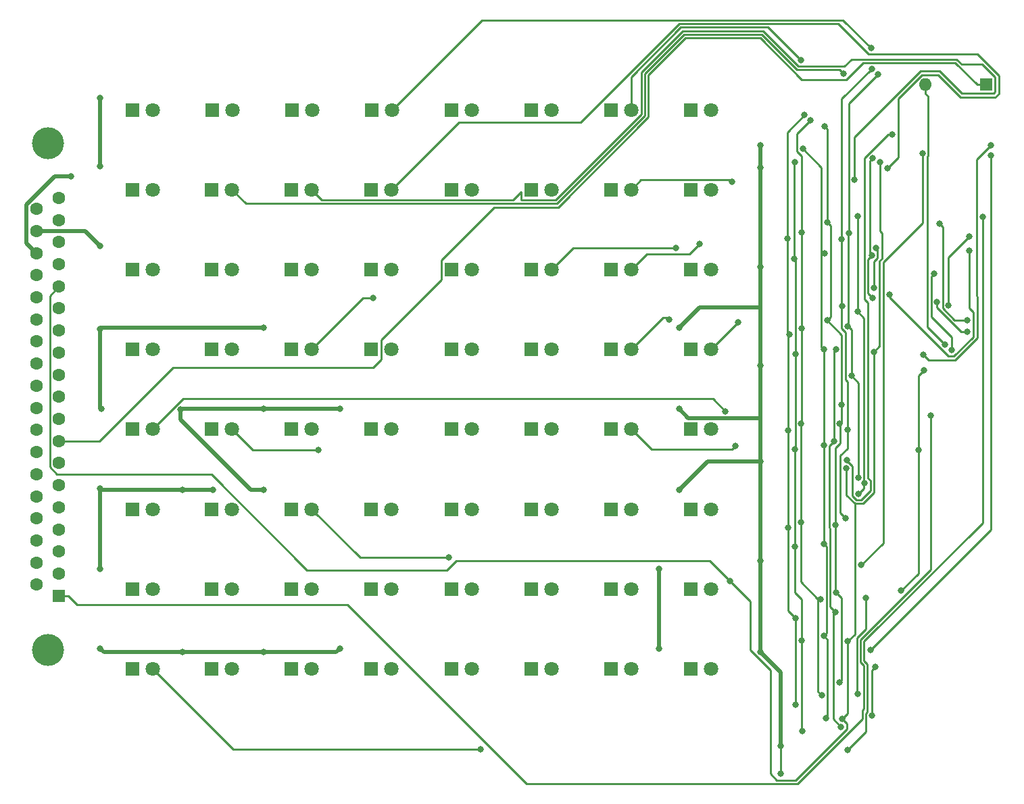
<source format=gbl>
G04 #@! TF.GenerationSoftware,KiCad,Pcbnew,7.0.5*
G04 #@! TF.CreationDate,2023-09-10T10:54:51+02:00*
G04 #@! TF.ProjectId,LED-Matrix,4c45442d-4d61-4747-9269-782e6b696361,rev?*
G04 #@! TF.SameCoordinates,Original*
G04 #@! TF.FileFunction,Copper,L2,Bot*
G04 #@! TF.FilePolarity,Positive*
%FSLAX46Y46*%
G04 Gerber Fmt 4.6, Leading zero omitted, Abs format (unit mm)*
G04 Created by KiCad (PCBNEW 7.0.5) date 2023-09-10 10:54:51*
%MOMM*%
%LPD*%
G01*
G04 APERTURE LIST*
G04 #@! TA.AperFunction,ComponentPad*
%ADD10R,1.800000X1.800000*%
G04 #@! TD*
G04 #@! TA.AperFunction,ComponentPad*
%ADD11C,1.800000*%
G04 #@! TD*
G04 #@! TA.AperFunction,ComponentPad*
%ADD12R,1.600000X1.600000*%
G04 #@! TD*
G04 #@! TA.AperFunction,ComponentPad*
%ADD13O,1.600000X1.600000*%
G04 #@! TD*
G04 #@! TA.AperFunction,ComponentPad*
%ADD14C,4.000000*%
G04 #@! TD*
G04 #@! TA.AperFunction,ComponentPad*
%ADD15C,1.600000*%
G04 #@! TD*
G04 #@! TA.AperFunction,ViaPad*
%ADD16C,0.800000*%
G04 #@! TD*
G04 #@! TA.AperFunction,Conductor*
%ADD17C,0.250000*%
G04 #@! TD*
G04 #@! TA.AperFunction,Conductor*
%ADD18C,0.500000*%
G04 #@! TD*
G04 APERTURE END LIST*
D10*
X142000000Y-54000000D03*
D11*
X144540000Y-54000000D03*
D10*
X182000000Y-54000000D03*
D11*
X184540000Y-54000000D03*
D10*
X171965000Y-84000000D03*
D11*
X174505000Y-84000000D03*
D10*
X192000000Y-54000000D03*
D11*
X194540000Y-54000000D03*
D10*
X171965000Y-114000000D03*
D11*
X174505000Y-114000000D03*
D10*
X181965000Y-84000000D03*
D11*
X184505000Y-84000000D03*
D10*
X151965000Y-74000000D03*
D11*
X154505000Y-74000000D03*
D10*
X172000000Y-54000000D03*
D11*
X174540000Y-54000000D03*
D10*
X122000000Y-84000000D03*
D11*
X124540000Y-84000000D03*
D10*
X151965000Y-84000000D03*
D11*
X154505000Y-84000000D03*
D10*
X181965000Y-114000000D03*
D11*
X184505000Y-114000000D03*
D10*
X131965000Y-94000000D03*
D11*
X134505000Y-94000000D03*
D10*
X141965000Y-114000000D03*
D11*
X144505000Y-114000000D03*
D10*
X122000000Y-94000000D03*
D11*
X124540000Y-94000000D03*
D10*
X161965000Y-64000000D03*
D11*
X164505000Y-64000000D03*
D10*
X131965000Y-74000000D03*
D11*
X134505000Y-74000000D03*
D10*
X191965000Y-74000000D03*
D11*
X194505000Y-74000000D03*
D10*
X161965000Y-104000000D03*
D11*
X164505000Y-104000000D03*
D10*
X131965000Y-84000000D03*
D11*
X134505000Y-84000000D03*
D10*
X122000000Y-114000000D03*
D11*
X124540000Y-114000000D03*
D10*
X171965000Y-104000000D03*
D11*
X174505000Y-104000000D03*
D10*
X191965000Y-124000000D03*
D11*
X194505000Y-124000000D03*
D10*
X161965000Y-84000000D03*
D11*
X164505000Y-84000000D03*
D10*
X131965000Y-104000000D03*
D11*
X134505000Y-104000000D03*
D10*
X181965000Y-64000000D03*
D11*
X184505000Y-64000000D03*
D10*
X191965000Y-114000000D03*
D11*
X194505000Y-114000000D03*
D10*
X181965000Y-104000000D03*
D11*
X184505000Y-104000000D03*
D10*
X181965000Y-74000000D03*
D11*
X184505000Y-74000000D03*
D10*
X191965000Y-64000000D03*
D11*
X194505000Y-64000000D03*
D10*
X171965000Y-94000000D03*
D11*
X174505000Y-94000000D03*
D10*
X151965000Y-124000000D03*
D11*
X154505000Y-124000000D03*
D10*
X181965000Y-94000000D03*
D11*
X184505000Y-94000000D03*
D10*
X161965000Y-124000000D03*
D11*
X164505000Y-124000000D03*
D10*
X161965000Y-114000000D03*
D11*
X164505000Y-114000000D03*
D10*
X151965000Y-104000000D03*
D11*
X154505000Y-104000000D03*
D10*
X171965000Y-74000000D03*
D11*
X174505000Y-74000000D03*
D10*
X191965000Y-84000000D03*
D11*
X194505000Y-84000000D03*
D10*
X122000000Y-104000000D03*
D11*
X124540000Y-104000000D03*
D10*
X141965000Y-84000000D03*
D11*
X144505000Y-84000000D03*
D10*
X132000000Y-54000000D03*
D11*
X134540000Y-54000000D03*
D12*
X228967500Y-50800000D03*
D13*
X221347500Y-50800000D03*
D10*
X122060000Y-54000000D03*
D11*
X124600000Y-54000000D03*
D10*
X152000000Y-54000000D03*
D11*
X154540000Y-54000000D03*
D10*
X191965000Y-104000000D03*
D11*
X194505000Y-104000000D03*
D10*
X162000000Y-54000000D03*
D11*
X164540000Y-54000000D03*
D10*
X131965000Y-114000000D03*
D11*
X134505000Y-114000000D03*
D10*
X141965000Y-74000000D03*
D11*
X144505000Y-74000000D03*
D10*
X131965000Y-124000000D03*
D11*
X134505000Y-124000000D03*
D14*
X111420000Y-58175000D03*
X111420000Y-121675000D03*
D12*
X112840000Y-114855000D03*
D15*
X112840000Y-112085000D03*
X112840000Y-109315000D03*
X112840000Y-106545000D03*
X112840000Y-103775000D03*
X112840000Y-101005000D03*
X112840000Y-98235000D03*
X112840000Y-95465000D03*
X112840000Y-92695000D03*
X112840000Y-89925000D03*
X112840000Y-87155000D03*
X112840000Y-84385000D03*
X112840000Y-81615000D03*
X112840000Y-78845000D03*
X112840000Y-76075000D03*
X112840000Y-73305000D03*
X112840000Y-70535000D03*
X112840000Y-67765000D03*
X112840000Y-64995000D03*
X110000000Y-113470000D03*
X110000000Y-110700000D03*
X110000000Y-107930000D03*
X110000000Y-105160000D03*
X110000000Y-102390000D03*
X110000000Y-99620000D03*
X110000000Y-96850000D03*
X110000000Y-94080000D03*
X110000000Y-91310000D03*
X110000000Y-88540000D03*
X110000000Y-85770000D03*
X110000000Y-83000000D03*
X110000000Y-80230000D03*
X110000000Y-77460000D03*
X110000000Y-74690000D03*
X110000000Y-71920000D03*
X110000000Y-69150000D03*
X110000000Y-66380000D03*
D10*
X161965000Y-94000000D03*
D11*
X164505000Y-94000000D03*
D10*
X141965000Y-64000000D03*
D11*
X144505000Y-64000000D03*
D10*
X131965000Y-64000000D03*
D11*
X134505000Y-64000000D03*
D10*
X122000000Y-64000000D03*
D11*
X124540000Y-64000000D03*
D10*
X151965000Y-114000000D03*
D11*
X154505000Y-114000000D03*
D10*
X151965000Y-94000000D03*
D11*
X154505000Y-94000000D03*
D10*
X191965000Y-94000000D03*
D11*
X194505000Y-94000000D03*
D10*
X151965000Y-64000000D03*
D11*
X154505000Y-64000000D03*
D10*
X141965000Y-104000000D03*
D11*
X144505000Y-104000000D03*
D10*
X141965000Y-124000000D03*
D11*
X144505000Y-124000000D03*
D10*
X181965000Y-124000000D03*
D11*
X184505000Y-124000000D03*
D10*
X122000000Y-124000000D03*
D11*
X124540000Y-124000000D03*
D10*
X171965000Y-64000000D03*
D11*
X174505000Y-64000000D03*
D10*
X171965000Y-124000000D03*
D11*
X174505000Y-124000000D03*
D10*
X122000000Y-74000000D03*
D11*
X124540000Y-74000000D03*
D10*
X141965000Y-94000000D03*
D11*
X144505000Y-94000000D03*
D10*
X161965000Y-74000000D03*
D11*
X164505000Y-74000000D03*
D16*
X214561400Y-46247500D03*
X205740000Y-47746500D03*
X211113300Y-49462500D03*
X212490900Y-62748000D03*
X216612200Y-61275000D03*
X197166200Y-62970700D03*
X215150600Y-71240900D03*
X214904100Y-76229400D03*
X190117800Y-71273600D03*
X193040000Y-70792900D03*
X152174900Y-77576700D03*
X189230000Y-80268400D03*
X197880000Y-80625000D03*
X196326900Y-91766800D03*
X145331000Y-96602300D03*
X197531400Y-96100500D03*
X161632500Y-110087900D03*
X165676900Y-134113700D03*
X222000600Y-92236400D03*
X212090500Y-87304000D03*
X212956800Y-100097400D03*
X211657500Y-81121500D03*
X215410200Y-49510400D03*
X211760600Y-69375000D03*
X210975100Y-78540300D03*
X214666300Y-129868500D03*
X214644600Y-48827900D03*
X215095000Y-123794600D03*
X210891600Y-70152800D03*
X211615700Y-94025000D03*
X211377800Y-105181500D03*
X209940800Y-95488600D03*
X214747600Y-77533100D03*
X214743200Y-60024600D03*
X210152500Y-83975000D03*
X210120400Y-116873300D03*
X214650300Y-72221900D03*
X210810700Y-131263500D03*
X196850000Y-113030000D03*
X211638500Y-120550000D03*
X210960300Y-130261500D03*
X211462500Y-98896400D03*
X215686100Y-60542500D03*
X214878600Y-84347900D03*
X205056900Y-84529800D03*
X205000900Y-108688100D03*
X205840000Y-120462100D03*
X204937500Y-72646900D03*
X205904700Y-131806700D03*
X205000900Y-96546000D03*
X205019700Y-60542800D03*
X208756200Y-71965500D03*
X208637600Y-108371300D03*
X206032300Y-58860500D03*
X208884400Y-130228400D03*
X208627500Y-119900000D03*
X208632100Y-83975000D03*
X208632100Y-95975000D03*
X205088100Y-128495900D03*
X204164100Y-106293600D03*
X206203300Y-54634100D03*
X204157000Y-94147700D03*
X204050800Y-70079900D03*
X205088100Y-117682800D03*
X204295800Y-82142500D03*
X205846400Y-81352000D03*
X208366500Y-127354900D03*
X205846400Y-69367000D03*
X205756200Y-105656500D03*
X206998600Y-55256400D03*
X205783900Y-93285700D03*
X208270900Y-115264600D03*
X212874400Y-67254200D03*
X212854500Y-79271700D03*
X213746100Y-100725300D03*
X212909400Y-127148000D03*
X213000000Y-102094400D03*
X213888200Y-115111800D03*
X114343549Y-62273549D03*
X128270000Y-101600000D03*
X200660000Y-58420000D03*
X220466100Y-96574300D03*
X221185000Y-86565000D03*
X128270000Y-121920000D03*
X118000000Y-52450000D03*
X190500000Y-101600000D03*
X188000000Y-111450000D03*
X118000000Y-71000000D03*
X203200000Y-137160000D03*
X118000000Y-81450000D03*
X222454600Y-74525200D03*
X203200000Y-133652800D03*
X200660000Y-85980500D03*
X118000000Y-61000000D03*
X148000000Y-121450000D03*
X118000000Y-111450000D03*
X190500000Y-91440000D03*
X148000000Y-91450000D03*
X218343500Y-114203500D03*
X200660000Y-73660000D03*
X128057299Y-91507299D03*
X118000000Y-101450000D03*
X200660000Y-97999500D03*
X138430000Y-81280000D03*
X138430000Y-101600000D03*
X132080000Y-101600000D03*
X138430000Y-91440000D03*
X190500000Y-81280000D03*
X118110000Y-91440000D03*
X200660000Y-121920000D03*
X200660000Y-110490000D03*
X188000000Y-121450000D03*
X138430000Y-121920000D03*
X118000000Y-121450000D03*
X224615500Y-84097200D03*
X200660000Y-61176600D03*
X223825500Y-83410800D03*
X210600000Y-125730000D03*
X208752600Y-56075000D03*
X209079900Y-80353700D03*
X210093500Y-106000700D03*
X210618500Y-93324100D03*
X210176700Y-114491500D03*
X209075300Y-68075000D03*
X210880600Y-90916800D03*
X226847200Y-69871400D03*
X224266600Y-78502400D03*
X211546900Y-97894400D03*
X217224100Y-57050000D03*
X221001900Y-59395700D03*
X213340300Y-111021200D03*
X214456500Y-121662900D03*
X229573400Y-59650000D03*
X221129800Y-84625000D03*
X229542300Y-58371500D03*
X228508000Y-67370500D03*
X211628400Y-134194400D03*
X226585200Y-80293400D03*
X223169500Y-68243900D03*
X222812700Y-78018600D03*
X226597500Y-81814000D03*
X216842900Y-77097900D03*
X226833000Y-71650000D03*
D17*
X165810000Y-42730000D02*
X211043900Y-42730000D01*
X211043900Y-42730000D02*
X214561400Y-46247500D01*
X154540000Y-54000000D02*
X165810000Y-42730000D01*
X201623500Y-43630000D02*
X190744096Y-43630000D01*
X205740000Y-47746500D02*
X201623500Y-43630000D01*
X184540000Y-49834096D02*
X184540000Y-54000000D01*
X190744096Y-43630000D02*
X184540000Y-49834096D01*
X191116888Y-44530000D02*
X200861799Y-44530000D01*
X205253299Y-48921500D02*
X210572300Y-48921500D01*
X200861799Y-44530000D02*
X205253299Y-48921500D01*
X186215000Y-49431888D02*
X191116888Y-44530000D01*
X136228100Y-65723100D02*
X175185708Y-65723100D01*
X186215000Y-54693808D02*
X186215000Y-49431888D01*
X210572300Y-48921500D02*
X211113300Y-49462500D01*
X175185708Y-65723100D02*
X186215000Y-54693808D01*
X134505000Y-64000000D02*
X136228100Y-65723100D01*
X185765000Y-49245492D02*
X185765000Y-54507412D01*
X170740000Y-65225000D02*
X170740000Y-64210000D01*
X225288796Y-47611800D02*
X212090000Y-47611800D01*
X175047412Y-65225000D02*
X170740000Y-65225000D01*
X169723100Y-65226900D02*
X145731900Y-65226900D01*
X201048195Y-44080000D02*
X190930492Y-44080000D01*
X225936996Y-48260000D02*
X225288796Y-47611800D01*
X212490900Y-57413600D02*
X220789700Y-49114800D01*
X212490900Y-62748000D02*
X212490900Y-57413600D01*
X211230300Y-48471500D02*
X205439695Y-48471500D01*
X205439695Y-48471500D02*
X201048195Y-44080000D01*
X223113100Y-49114800D02*
X225925200Y-51926900D01*
X170740000Y-64210000D02*
X169723100Y-65226900D01*
X230094400Y-49864500D02*
X228489900Y-48260000D01*
X190930492Y-44080000D02*
X185765000Y-49245492D01*
X230094400Y-51735400D02*
X230094400Y-49864500D01*
X228489900Y-48260000D02*
X225936996Y-48260000D01*
X212090000Y-47611800D02*
X211230300Y-48471500D01*
X185765000Y-54507412D02*
X175047412Y-65225000D01*
X229902900Y-51926900D02*
X230094400Y-51735400D01*
X145731900Y-65226900D02*
X144505000Y-64000000D01*
X225925200Y-51926900D02*
X229902900Y-51926900D01*
X220789700Y-49114800D02*
X223113100Y-49114800D01*
X210468595Y-43180000D02*
X190557700Y-43180000D01*
X214261095Y-46972500D02*
X210468595Y-43180000D01*
X216612200Y-61275000D02*
X217951000Y-59936200D01*
X230551600Y-49643700D02*
X227880400Y-46972500D01*
X230551600Y-51940300D02*
X230551600Y-49643700D01*
X225741800Y-52382600D02*
X230109300Y-52382600D01*
X178194500Y-55543200D02*
X162961800Y-55543200D01*
X230109300Y-52382600D02*
X230551600Y-51940300D01*
X190557700Y-43180000D02*
X178194500Y-55543200D01*
X220931200Y-49615400D02*
X222974600Y-49615400D01*
X222974600Y-49615400D02*
X225741800Y-52382600D01*
X217951000Y-52595600D02*
X220931200Y-49615400D01*
X227880400Y-46972500D02*
X214261095Y-46972500D01*
X217951000Y-59936200D02*
X217951000Y-52595600D01*
X162961800Y-55543200D02*
X154505000Y-64000000D01*
X184505000Y-64000000D02*
X185743400Y-62761600D01*
X185743400Y-62761600D02*
X196957100Y-62761600D01*
X196957100Y-62761600D02*
X197166200Y-62970700D01*
X215377200Y-72523000D02*
X215377200Y-71467500D01*
X215377200Y-71467500D02*
X215150600Y-71240900D01*
X214904100Y-72996100D02*
X215377200Y-72523000D01*
X214904100Y-76229400D02*
X214904100Y-72996100D01*
X177231400Y-71273600D02*
X174505000Y-74000000D01*
X190117800Y-71273600D02*
X177231400Y-71273600D01*
X186504500Y-72000500D02*
X184505000Y-74000000D01*
X191832400Y-72000500D02*
X186504500Y-72000500D01*
X193040000Y-70792900D02*
X191832400Y-72000500D01*
X150928300Y-77576700D02*
X152174900Y-77576700D01*
X144505000Y-84000000D02*
X150928300Y-77576700D01*
X189230000Y-80268400D02*
X188971600Y-80010000D01*
X188971600Y-80010000D02*
X188495000Y-80010000D01*
X188495000Y-80010000D02*
X184505000Y-84000000D01*
X194505000Y-84000000D02*
X197880000Y-80625000D01*
X194730100Y-90170000D02*
X196326900Y-91766800D01*
X128370000Y-90170000D02*
X194730100Y-90170000D01*
X124540000Y-94000000D02*
X128370000Y-90170000D01*
X137107300Y-96602300D02*
X134505000Y-94000000D01*
X145331000Y-96602300D02*
X137107300Y-96602300D01*
X197531400Y-96100500D02*
X197111900Y-96520000D01*
X187025000Y-96520000D02*
X184505000Y-94000000D01*
X197111900Y-96520000D02*
X187025000Y-96520000D01*
X144505000Y-104000000D02*
X150592900Y-110087900D01*
X150592900Y-110087900D02*
X161632500Y-110087900D01*
X124540000Y-124000000D02*
X134653700Y-134113700D01*
X134653700Y-134113700D02*
X165676900Y-134113700D01*
X205367400Y-138430000D02*
X171400500Y-138430000D01*
X213231200Y-123169700D02*
X213636600Y-123575100D01*
X115093800Y-115981900D02*
X113966900Y-114855000D01*
X213636600Y-123575100D02*
X213636600Y-129001500D01*
X222000600Y-111571000D02*
X213231200Y-120340400D01*
X213636600Y-129001500D02*
X213487500Y-129150600D01*
X222000600Y-92236400D02*
X222000600Y-111571000D01*
X213487500Y-129150600D02*
X213487500Y-130309900D01*
X113966900Y-114855000D02*
X112840000Y-114855000D01*
X148952400Y-115981900D02*
X115093800Y-115981900D01*
X213231200Y-120340400D02*
X213231200Y-123169700D01*
X171400500Y-138430000D02*
X148952400Y-115981900D01*
X213487500Y-130309900D02*
X205367400Y-138430000D01*
X160740000Y-75225000D02*
X160740000Y-72775000D01*
X186665000Y-49618284D02*
X191303284Y-44980000D01*
X153190000Y-82775000D02*
X160740000Y-75225000D01*
X160740000Y-72775000D02*
X167341900Y-66173100D01*
X167341900Y-66173100D02*
X175372104Y-66173100D01*
X153190000Y-85225000D02*
X153190000Y-82775000D01*
X127133200Y-86226800D02*
X152188200Y-86226800D01*
X117895000Y-95465000D02*
X127133200Y-86226800D01*
X152188200Y-86226800D02*
X153190000Y-85225000D01*
X112840000Y-95465000D02*
X117895000Y-95465000D01*
X227840600Y-50800000D02*
X228967500Y-50800000D01*
X200675403Y-44980000D02*
X205882903Y-50187500D01*
X211413605Y-50187500D02*
X213539305Y-48061800D01*
X175372104Y-66173100D02*
X186665000Y-54880204D01*
X225102400Y-48061800D02*
X227840600Y-50800000D01*
X213539305Y-48061800D02*
X225102400Y-48061800D01*
X205882903Y-50187500D02*
X211413605Y-50187500D01*
X191303284Y-44980000D02*
X200675403Y-44980000D01*
X186665000Y-54880204D02*
X186665000Y-49618284D01*
X211734300Y-81121500D02*
X211657500Y-81121500D01*
X211734300Y-81121500D02*
X211734300Y-69401300D01*
X211734300Y-69401300D02*
X211760600Y-69375000D01*
X212090500Y-81477700D02*
X212090500Y-87304000D01*
X211734300Y-81121500D02*
X212090500Y-81477700D01*
X212956800Y-88170300D02*
X212956800Y-100097400D01*
X211760600Y-69375000D02*
X211760600Y-53160000D01*
X212090500Y-87304000D02*
X212956800Y-88170300D01*
X211760600Y-53160000D02*
X215410200Y-49510400D01*
X210891600Y-78540300D02*
X210975100Y-78540300D01*
X210891600Y-81390900D02*
X211347600Y-81846900D01*
X210891600Y-78540300D02*
X210891600Y-81390900D01*
X210891600Y-52580900D02*
X214644600Y-48827900D01*
X211347600Y-87764600D02*
X211615700Y-88032700D01*
X210891600Y-70152800D02*
X210891600Y-52580900D01*
X211347600Y-81846900D02*
X211347600Y-87764600D01*
X214666300Y-124223300D02*
X215095000Y-123794600D01*
X210694900Y-104498600D02*
X210694900Y-97305500D01*
X210694900Y-97305500D02*
X211615700Y-96384700D01*
X214666300Y-129868500D02*
X214666300Y-124223300D01*
X211377800Y-105181500D02*
X210694900Y-104498600D01*
X211615700Y-96384700D02*
X211615700Y-94025000D01*
X211615700Y-88032700D02*
X211615700Y-94025000D01*
X210891600Y-70152800D02*
X210891600Y-78540300D01*
X214747600Y-77533100D02*
X214151600Y-76937100D01*
X209891600Y-84235900D02*
X209891600Y-95439400D01*
X210810700Y-131263500D02*
X209833000Y-130285800D01*
X209359800Y-106294900D02*
X209449800Y-106384900D01*
X209940800Y-95488600D02*
X209359800Y-96069600D01*
X214151600Y-72720600D02*
X214650300Y-72221900D01*
X209449800Y-106384900D02*
X209449800Y-116202700D01*
X209359800Y-96069600D02*
X209359800Y-106294900D01*
X210152500Y-83975000D02*
X209891600Y-84235900D01*
X209449800Y-116202700D02*
X210120400Y-116873300D01*
X209891600Y-95439400D02*
X209940800Y-95488600D01*
X209833000Y-130285800D02*
X209833000Y-117160700D01*
X209833000Y-117160700D02*
X210120400Y-116873300D01*
X214423600Y-71995200D02*
X214650300Y-72221900D01*
X214423600Y-60344200D02*
X214423600Y-71995200D01*
X214743200Y-60024600D02*
X214423600Y-60344200D01*
X214151600Y-76937100D02*
X214151600Y-72720600D01*
X202750000Y-137980000D02*
X205122400Y-137980000D01*
X111669600Y-98706500D02*
X111669600Y-77245400D01*
X196850000Y-113030000D02*
X194310000Y-110490000D01*
X215923400Y-69419200D02*
X215686100Y-69181900D01*
X196850000Y-113030000D02*
X199390000Y-115570000D01*
X214878600Y-84347900D02*
X214924900Y-84394200D01*
X131905200Y-99620000D02*
X112583100Y-99620000D01*
X214924900Y-101908200D02*
X213547500Y-103285600D01*
X215635300Y-83591200D02*
X215635300Y-72904000D01*
X199390000Y-121675305D02*
X201930000Y-124215305D01*
X143904900Y-111619700D02*
X131905200Y-99620000D01*
X212506200Y-103285600D02*
X211462500Y-102241900D01*
X205122400Y-137980000D02*
X211540100Y-131562300D01*
X215686100Y-69181900D02*
X215686100Y-60542500D01*
X215923400Y-72615900D02*
X215923400Y-69419200D01*
X214924900Y-84394200D02*
X214924900Y-101908200D01*
X112583100Y-99620000D02*
X111669600Y-98706500D01*
X213547500Y-103285600D02*
X212506200Y-103285600D01*
X161430300Y-111619700D02*
X143904900Y-111619700D01*
X211638500Y-129583300D02*
X210960300Y-130261500D01*
X162560000Y-110490000D02*
X161430300Y-111619700D01*
X201930000Y-137160000D02*
X202750000Y-137980000D01*
X212506200Y-119682300D02*
X212506200Y-103285600D01*
X211462500Y-102241900D02*
X211462500Y-98896400D01*
X211540100Y-130841300D02*
X210960300Y-130261500D01*
X211540100Y-131562300D02*
X211540100Y-130841300D01*
X215635300Y-72904000D02*
X215923400Y-72615900D01*
X211638500Y-120550000D02*
X211638500Y-129583300D01*
X201930000Y-124215305D02*
X201930000Y-137160000D01*
X211638500Y-120550000D02*
X212506200Y-119682300D01*
X111669600Y-77245400D02*
X112840000Y-76075000D01*
X194310000Y-110490000D02*
X162560000Y-110490000D01*
X199390000Y-115570000D02*
X199390000Y-121675305D01*
X214878600Y-84347900D02*
X215635300Y-83591200D01*
X205056900Y-72766300D02*
X205056900Y-84529800D01*
X205019700Y-60542800D02*
X204937500Y-60625000D01*
X205840000Y-115301800D02*
X205000900Y-114462700D01*
X205056900Y-84529800D02*
X205056900Y-96490000D01*
X205840000Y-120462100D02*
X205840000Y-115301800D01*
X205000900Y-114462700D02*
X205000900Y-108688100D01*
X204937500Y-60625000D02*
X204937500Y-72646900D01*
X205904700Y-131806700D02*
X205840000Y-131742000D01*
X204937500Y-72646900D02*
X205056900Y-72766300D01*
X205840000Y-131742000D02*
X205840000Y-120462100D01*
X205056900Y-96490000D02*
X205000900Y-96546000D01*
X205000900Y-96546000D02*
X205000900Y-108688100D01*
X208345100Y-61173300D02*
X208345100Y-71965500D01*
X208997900Y-119529600D02*
X208627500Y-119900000D01*
X208345100Y-71965500D02*
X208756200Y-71965500D01*
X208345100Y-83688000D02*
X208632100Y-83975000D01*
X208884400Y-130228400D02*
X209093400Y-130019400D01*
X208632100Y-83975000D02*
X208632100Y-95975000D01*
X208632100Y-95975000D02*
X208632100Y-108365800D01*
X206032300Y-58860500D02*
X208345100Y-61173300D01*
X209093400Y-120365900D02*
X208627500Y-119900000D01*
X209093400Y-130019400D02*
X209093400Y-120365900D01*
X208997900Y-108731600D02*
X208997900Y-119529600D01*
X208632100Y-108365800D02*
X208637600Y-108371300D01*
X208345100Y-71965500D02*
X208345100Y-83688000D01*
X208637600Y-108371300D02*
X208997900Y-108731600D01*
X204295800Y-82142500D02*
X204050800Y-81897500D01*
X204164100Y-116758800D02*
X204164100Y-106293600D01*
X204164100Y-82274200D02*
X204295800Y-82142500D01*
X204050800Y-56786600D02*
X206203300Y-54634100D01*
X205088100Y-117682800D02*
X205088100Y-128495900D01*
X205088100Y-117682800D02*
X204164100Y-116758800D01*
X204050800Y-81897500D02*
X204050800Y-70079900D01*
X204164100Y-94147700D02*
X204157000Y-94147700D01*
X204164100Y-94147700D02*
X204164100Y-82274200D01*
X204164100Y-94147700D02*
X204164100Y-106293600D01*
X204050800Y-70079900D02*
X204050800Y-56786600D01*
X205846400Y-93223200D02*
X205783900Y-93285700D01*
X205756200Y-105656500D02*
X205756200Y-93313400D01*
X205287300Y-56967700D02*
X206998600Y-55256400D01*
X207892800Y-115264600D02*
X205756200Y-113128000D01*
X205287300Y-59160500D02*
X205287300Y-56967700D01*
X205846400Y-59719600D02*
X205287300Y-59160500D01*
X207892800Y-126881200D02*
X208366500Y-127354900D01*
X207892800Y-115264600D02*
X207892800Y-126881200D01*
X208270900Y-115264600D02*
X207892800Y-115264600D01*
X205756200Y-113128000D02*
X205756200Y-105656500D01*
X205846400Y-81352000D02*
X205846400Y-69367000D01*
X205756200Y-93313400D02*
X205783900Y-93285700D01*
X205846400Y-69367000D02*
X205846400Y-59719600D01*
X205846400Y-81352000D02*
X205846400Y-93223200D01*
X213000000Y-102094400D02*
X213683700Y-101410700D01*
X213683700Y-101410700D02*
X213683700Y-100725300D01*
X212854500Y-79271700D02*
X212854500Y-67274100D01*
D18*
X110000000Y-71920000D02*
X108750000Y-70670000D01*
D17*
X213683700Y-100725300D02*
X213746100Y-100725300D01*
X213888200Y-115111800D02*
X213888200Y-119044300D01*
X212775500Y-127014100D02*
X212909400Y-127148000D01*
X213888200Y-119044300D02*
X212775500Y-120157000D01*
D18*
X112338684Y-62273549D02*
X114343549Y-62273549D01*
D17*
X212775500Y-120157000D02*
X212775500Y-127014100D01*
D18*
X108750000Y-65862233D02*
X112338684Y-62273549D01*
D17*
X212854500Y-67274100D02*
X212874400Y-67254200D01*
X213683700Y-100725300D02*
X213683700Y-80100900D01*
X213683700Y-80100900D02*
X212854500Y-79271700D01*
D18*
X108750000Y-70670000D02*
X108750000Y-65862233D01*
X147530000Y-121920000D02*
X148000000Y-121450000D01*
X138430000Y-91440000D02*
X128124598Y-91440000D01*
X138430000Y-81280000D02*
X118170000Y-81280000D01*
X128124598Y-91440000D02*
X128057299Y-91507299D01*
X188000000Y-121450000D02*
X188000000Y-111450000D01*
X128270000Y-101600000D02*
X118150000Y-101600000D01*
X194100500Y-97999500D02*
X200660000Y-97999500D01*
X200660000Y-92710000D02*
X200660000Y-110490000D01*
D17*
X203200000Y-137160000D02*
X203200000Y-133652800D01*
D18*
X118000000Y-101450000D02*
X118000000Y-111450000D01*
X128270000Y-121920000D02*
X118470000Y-121920000D01*
X190500000Y-91440000D02*
X191676800Y-92616800D01*
X190500000Y-101600000D02*
X194100500Y-97999500D01*
X200660000Y-92710000D02*
X200660000Y-78740000D01*
X118110000Y-91440000D02*
X118000000Y-91330000D01*
X200660000Y-78740000D02*
X200660000Y-73660000D01*
D17*
X220466100Y-112080900D02*
X218343500Y-114203500D01*
D18*
X200660000Y-73660000D02*
X200660000Y-58420000D01*
X203200000Y-133652800D02*
X203200000Y-124460000D01*
X128057299Y-92792299D02*
X128057299Y-91507299D01*
D17*
X222085700Y-74894100D02*
X222454600Y-74525200D01*
D18*
X118000000Y-52450000D02*
X118000000Y-61000000D01*
X138430000Y-91440000D02*
X147990000Y-91440000D01*
D17*
X221185000Y-86565000D02*
X220466100Y-87283900D01*
D18*
X147990000Y-91440000D02*
X148000000Y-91450000D01*
X191676800Y-92616800D02*
X200566800Y-92616800D01*
X203200000Y-124460000D02*
X200660000Y-121920000D01*
D17*
X222085700Y-79901800D02*
X222085700Y-74894100D01*
D18*
X200566800Y-92616800D02*
X200660000Y-92710000D01*
X193040000Y-78740000D02*
X190500000Y-81280000D01*
X118000000Y-91330000D02*
X118000000Y-81450000D01*
X118470000Y-121920000D02*
X118000000Y-121450000D01*
D17*
X220466100Y-96574300D02*
X220466100Y-112080900D01*
X220466100Y-87283900D02*
X220466100Y-96574300D01*
D18*
X138430000Y-121920000D02*
X147530000Y-121920000D01*
D17*
X224615500Y-84097200D02*
X224615500Y-82431600D01*
D18*
X128270000Y-121920000D02*
X138430000Y-121920000D01*
X138430000Y-101600000D02*
X136865000Y-101600000D01*
X200660000Y-110490000D02*
X200660000Y-121920000D01*
D17*
X224615500Y-82431600D02*
X222085700Y-79901800D01*
D18*
X118150000Y-101600000D02*
X118000000Y-101450000D01*
X116150000Y-69150000D02*
X118000000Y-71000000D01*
X128270000Y-101600000D02*
X132080000Y-101600000D01*
X110000000Y-69150000D02*
X116150000Y-69150000D01*
X136865000Y-101600000D02*
X128057299Y-92792299D01*
X200660000Y-78740000D02*
X193040000Y-78740000D01*
X118170000Y-81280000D02*
X118000000Y-81450000D01*
D17*
X221347500Y-50800000D02*
X221347500Y-51926900D01*
X221728800Y-52308200D02*
X221347500Y-51926900D01*
X221612600Y-81197900D02*
X221612600Y-59813000D01*
X223825500Y-83410800D02*
X221612600Y-81197900D01*
X221728800Y-59696800D02*
X221728800Y-52308200D01*
X221612600Y-59813000D02*
X221728800Y-59696800D01*
X209495400Y-79938200D02*
X209079900Y-80353700D01*
X210093500Y-114408300D02*
X210176700Y-114491500D01*
X210684000Y-95773700D02*
X210093500Y-96364200D01*
X210853800Y-125476200D02*
X210853800Y-115168600D01*
X210880600Y-82154400D02*
X210880600Y-90916800D01*
X210093500Y-106000700D02*
X210093500Y-114408300D01*
X208752600Y-56075000D02*
X209075300Y-56397700D01*
X209075300Y-56397700D02*
X209075300Y-68075000D01*
X209075300Y-68075000D02*
X209495400Y-68495100D01*
X210880600Y-90916800D02*
X210880600Y-93127500D01*
X209495400Y-68495100D02*
X209495400Y-79938200D01*
X210600000Y-125730000D02*
X210853800Y-125476200D01*
X210853800Y-115168600D02*
X210176700Y-114491500D01*
X210684000Y-93324100D02*
X210684000Y-95773700D01*
X209079900Y-80353700D02*
X210880600Y-82154400D01*
X210880600Y-93127500D02*
X210684000Y-93324100D01*
X210684000Y-93324100D02*
X210618500Y-93324100D01*
X210093500Y-96364200D02*
X210093500Y-106000700D01*
X226847200Y-69871400D02*
X224266600Y-72452000D01*
X224266600Y-72452000D02*
X224266600Y-78502400D01*
X214473000Y-100424200D02*
X214473000Y-101704700D01*
X212189400Y-102318700D02*
X212189400Y-98595300D01*
X211546900Y-97952900D02*
X211546900Y-97894400D01*
X212703600Y-102832900D02*
X212189400Y-102318700D01*
X214151600Y-78172100D02*
X214151600Y-100102800D01*
X214151600Y-100102800D02*
X214473000Y-100424200D01*
X213699700Y-77720200D02*
X214151600Y-78172100D01*
X212189400Y-98595300D02*
X211547000Y-97952900D01*
X213699700Y-60040200D02*
X213699700Y-77720200D01*
X213344800Y-102832900D02*
X212703600Y-102832900D01*
X216689900Y-57050000D02*
X213699700Y-60040200D01*
X211547000Y-97952900D02*
X211546900Y-97952900D01*
X214473000Y-101704700D02*
X213344800Y-102832900D01*
X217224100Y-57050000D02*
X216689900Y-57050000D01*
X221001900Y-68176500D02*
X221001900Y-59395700D01*
X216092200Y-108269300D02*
X216092200Y-73086200D01*
X216092200Y-73086200D02*
X221001900Y-68176500D01*
X213340300Y-111021200D02*
X216092200Y-108269300D01*
X229573400Y-106546000D02*
X214456500Y-121662900D01*
X229573400Y-59650000D02*
X229573400Y-106546000D01*
X221129800Y-84625000D02*
X221801100Y-85296300D01*
X225086600Y-85296300D02*
X227843000Y-82539900D01*
X227749400Y-77292800D02*
X227749400Y-60164400D01*
X227843000Y-82539900D02*
X227843000Y-77386400D01*
X227749400Y-60164400D02*
X229542300Y-58371500D01*
X221801100Y-85296300D02*
X225086600Y-85296300D01*
X227843000Y-77386400D02*
X227749400Y-77292800D01*
X214088500Y-129418400D02*
X213939400Y-129567500D01*
X213683100Y-122982400D02*
X214088500Y-123387800D01*
X213939400Y-131883400D02*
X211628400Y-134194400D01*
X214088500Y-123387800D02*
X214088500Y-129418400D01*
X213683100Y-120527600D02*
X213683100Y-122982400D01*
X228508000Y-105702700D02*
X213683100Y-120527600D01*
X228508000Y-67370500D02*
X228508000Y-105702700D01*
X213939400Y-129567500D02*
X213939400Y-131883400D01*
X226585200Y-80293400D02*
X225027600Y-80293400D01*
X223539600Y-68614000D02*
X223169500Y-68243900D01*
X223539600Y-78805400D02*
X223539600Y-68614000D01*
X225027600Y-80293400D02*
X223539600Y-78805400D01*
X225883000Y-81814000D02*
X222812700Y-78743700D01*
X226597500Y-81814000D02*
X225883000Y-81814000D01*
X222812700Y-78743700D02*
X222812700Y-78018600D01*
X226833000Y-78792400D02*
X226833000Y-71650000D01*
X224917600Y-84824100D02*
X227331200Y-82410500D01*
X227331200Y-82410500D02*
X227331200Y-79290600D01*
X227331200Y-79290600D02*
X226833000Y-78792400D01*
X216842900Y-77469300D02*
X224197700Y-84824100D01*
X216842900Y-77097900D02*
X216842900Y-77469300D01*
X224197700Y-84824100D02*
X224917600Y-84824100D01*
M02*

</source>
